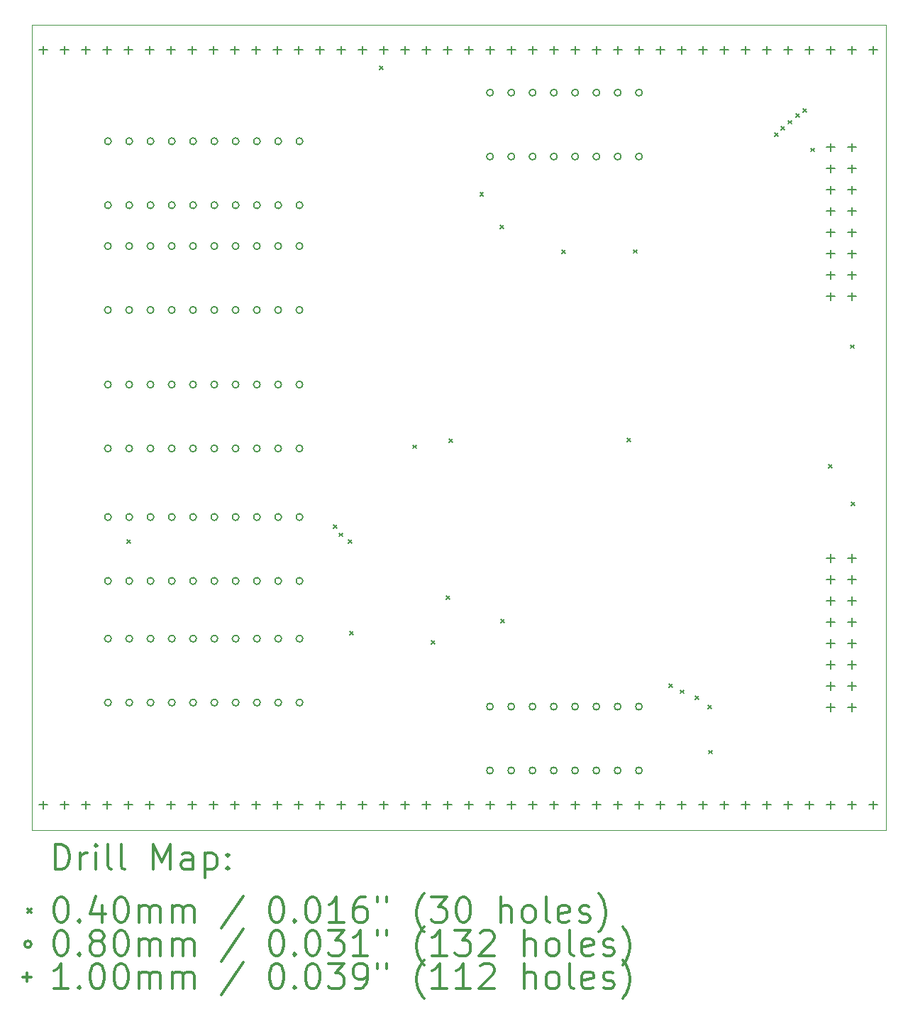
<source format=gbr>
%FSLAX45Y45*%
G04 Gerber Fmt 4.5, Leading zero omitted, Abs format (unit mm)*
G04 Created by KiCad (PCBNEW (5.1.9)-1) date 2021-11-21 15:00:35*
%MOMM*%
%LPD*%
G01*
G04 APERTURE LIST*
%TA.AperFunction,Profile*%
%ADD10C,0.100000*%
%TD*%
%ADD11C,0.200000*%
%ADD12C,0.300000*%
G04 APERTURE END LIST*
D10*
X8500000Y-13900000D02*
X8500000Y-4300000D01*
X18700000Y-13900000D02*
X8500000Y-13900000D01*
X18700000Y-4300000D02*
X18700000Y-13900000D01*
X8500000Y-4300000D02*
X18700000Y-4300000D01*
D11*
X9640000Y-10440000D02*
X9680000Y-10480000D01*
X9680000Y-10440000D02*
X9640000Y-10480000D01*
X12100000Y-10260500D02*
X12140000Y-10300500D01*
X12140000Y-10260500D02*
X12100000Y-10300500D01*
X12170000Y-10360000D02*
X12210000Y-10400000D01*
X12210000Y-10360000D02*
X12170000Y-10400000D01*
X12280000Y-10440000D02*
X12320000Y-10480000D01*
X12320000Y-10440000D02*
X12280000Y-10480000D01*
X12300000Y-11530000D02*
X12340000Y-11570000D01*
X12340000Y-11530000D02*
X12300000Y-11570000D01*
X12650000Y-4790000D02*
X12690000Y-4830000D01*
X12690000Y-4790000D02*
X12650000Y-4830000D01*
X13050000Y-9310000D02*
X13090000Y-9350000D01*
X13090000Y-9310000D02*
X13050000Y-9350000D01*
X13270000Y-11640000D02*
X13310000Y-11680000D01*
X13310000Y-11640000D02*
X13270000Y-11680000D01*
X13450000Y-11110000D02*
X13490000Y-11150000D01*
X13490000Y-11110000D02*
X13450000Y-11150000D01*
X13485000Y-9235000D02*
X13525000Y-9275000D01*
X13525000Y-9235000D02*
X13485000Y-9275000D01*
X13850000Y-6300000D02*
X13890000Y-6340000D01*
X13890000Y-6300000D02*
X13850000Y-6340000D01*
X14090000Y-6690000D02*
X14130000Y-6730000D01*
X14130000Y-6690000D02*
X14090000Y-6730000D01*
X14100000Y-11390000D02*
X14140000Y-11430000D01*
X14140000Y-11390000D02*
X14100000Y-11430000D01*
X14830000Y-6987492D02*
X14870000Y-7027492D01*
X14870000Y-6987492D02*
X14830000Y-7027492D01*
X15610000Y-9230000D02*
X15650000Y-9270000D01*
X15650000Y-9230000D02*
X15610000Y-9270000D01*
X15682500Y-6980000D02*
X15722500Y-7020000D01*
X15722500Y-6980000D02*
X15682500Y-7020000D01*
X16110000Y-12157499D02*
X16150000Y-12197499D01*
X16150000Y-12157499D02*
X16110000Y-12197499D01*
X16240000Y-12230000D02*
X16280000Y-12270000D01*
X16280000Y-12230000D02*
X16240000Y-12270000D01*
X16420000Y-12300000D02*
X16460000Y-12340000D01*
X16460000Y-12300000D02*
X16420000Y-12340000D01*
X16570000Y-12410000D02*
X16610000Y-12450000D01*
X16610000Y-12410000D02*
X16570000Y-12450000D01*
X16580000Y-12950000D02*
X16620000Y-12990000D01*
X16620000Y-12950000D02*
X16580000Y-12990000D01*
X17370000Y-5590000D02*
X17410000Y-5630000D01*
X17410000Y-5590000D02*
X17370000Y-5630000D01*
X17442500Y-5512500D02*
X17482500Y-5552500D01*
X17482500Y-5512500D02*
X17442500Y-5552500D01*
X17530000Y-5440000D02*
X17570000Y-5480000D01*
X17570000Y-5440000D02*
X17530000Y-5480000D01*
X17620000Y-5360000D02*
X17660000Y-5400000D01*
X17660000Y-5360000D02*
X17620000Y-5400000D01*
X17710000Y-5300000D02*
X17750000Y-5340000D01*
X17750000Y-5300000D02*
X17710000Y-5340000D01*
X17800000Y-5770000D02*
X17840000Y-5810000D01*
X17840000Y-5770000D02*
X17800000Y-5810000D01*
X18010000Y-9540000D02*
X18050000Y-9580000D01*
X18050000Y-9540000D02*
X18010000Y-9580000D01*
X18275000Y-8115000D02*
X18315000Y-8155000D01*
X18315000Y-8115000D02*
X18275000Y-8155000D01*
X18280000Y-9990000D02*
X18320000Y-10030000D01*
X18320000Y-9990000D02*
X18280000Y-10030000D01*
X9450000Y-5688000D02*
G75*
G03*
X9450000Y-5688000I-40000J0D01*
G01*
X9450000Y-6450000D02*
G75*
G03*
X9450000Y-6450000I-40000J0D01*
G01*
X9450000Y-6938000D02*
G75*
G03*
X9450000Y-6938000I-40000J0D01*
G01*
X9450000Y-7700000D02*
G75*
G03*
X9450000Y-7700000I-40000J0D01*
G01*
X9450000Y-8588000D02*
G75*
G03*
X9450000Y-8588000I-40000J0D01*
G01*
X9450000Y-9350000D02*
G75*
G03*
X9450000Y-9350000I-40000J0D01*
G01*
X9450000Y-10168000D02*
G75*
G03*
X9450000Y-10168000I-40000J0D01*
G01*
X9450000Y-10930000D02*
G75*
G03*
X9450000Y-10930000I-40000J0D01*
G01*
X9450000Y-11618000D02*
G75*
G03*
X9450000Y-11618000I-40000J0D01*
G01*
X9450000Y-12380000D02*
G75*
G03*
X9450000Y-12380000I-40000J0D01*
G01*
X9704000Y-5688000D02*
G75*
G03*
X9704000Y-5688000I-40000J0D01*
G01*
X9704000Y-6450000D02*
G75*
G03*
X9704000Y-6450000I-40000J0D01*
G01*
X9704000Y-6938000D02*
G75*
G03*
X9704000Y-6938000I-40000J0D01*
G01*
X9704000Y-7700000D02*
G75*
G03*
X9704000Y-7700000I-40000J0D01*
G01*
X9704000Y-8588000D02*
G75*
G03*
X9704000Y-8588000I-40000J0D01*
G01*
X9704000Y-9350000D02*
G75*
G03*
X9704000Y-9350000I-40000J0D01*
G01*
X9704000Y-10168000D02*
G75*
G03*
X9704000Y-10168000I-40000J0D01*
G01*
X9704000Y-10930000D02*
G75*
G03*
X9704000Y-10930000I-40000J0D01*
G01*
X9704000Y-11618000D02*
G75*
G03*
X9704000Y-11618000I-40000J0D01*
G01*
X9704000Y-12380000D02*
G75*
G03*
X9704000Y-12380000I-40000J0D01*
G01*
X9958000Y-5688000D02*
G75*
G03*
X9958000Y-5688000I-40000J0D01*
G01*
X9958000Y-6450000D02*
G75*
G03*
X9958000Y-6450000I-40000J0D01*
G01*
X9958000Y-6938000D02*
G75*
G03*
X9958000Y-6938000I-40000J0D01*
G01*
X9958000Y-7700000D02*
G75*
G03*
X9958000Y-7700000I-40000J0D01*
G01*
X9958000Y-8588000D02*
G75*
G03*
X9958000Y-8588000I-40000J0D01*
G01*
X9958000Y-9350000D02*
G75*
G03*
X9958000Y-9350000I-40000J0D01*
G01*
X9958000Y-10168000D02*
G75*
G03*
X9958000Y-10168000I-40000J0D01*
G01*
X9958000Y-10930000D02*
G75*
G03*
X9958000Y-10930000I-40000J0D01*
G01*
X9958000Y-11618000D02*
G75*
G03*
X9958000Y-11618000I-40000J0D01*
G01*
X9958000Y-12380000D02*
G75*
G03*
X9958000Y-12380000I-40000J0D01*
G01*
X10212000Y-5688000D02*
G75*
G03*
X10212000Y-5688000I-40000J0D01*
G01*
X10212000Y-6450000D02*
G75*
G03*
X10212000Y-6450000I-40000J0D01*
G01*
X10212000Y-6938000D02*
G75*
G03*
X10212000Y-6938000I-40000J0D01*
G01*
X10212000Y-7700000D02*
G75*
G03*
X10212000Y-7700000I-40000J0D01*
G01*
X10212000Y-8588000D02*
G75*
G03*
X10212000Y-8588000I-40000J0D01*
G01*
X10212000Y-9350000D02*
G75*
G03*
X10212000Y-9350000I-40000J0D01*
G01*
X10212000Y-10168000D02*
G75*
G03*
X10212000Y-10168000I-40000J0D01*
G01*
X10212000Y-10930000D02*
G75*
G03*
X10212000Y-10930000I-40000J0D01*
G01*
X10212000Y-11618000D02*
G75*
G03*
X10212000Y-11618000I-40000J0D01*
G01*
X10212000Y-12380000D02*
G75*
G03*
X10212000Y-12380000I-40000J0D01*
G01*
X10466000Y-5688000D02*
G75*
G03*
X10466000Y-5688000I-40000J0D01*
G01*
X10466000Y-6450000D02*
G75*
G03*
X10466000Y-6450000I-40000J0D01*
G01*
X10466000Y-6938000D02*
G75*
G03*
X10466000Y-6938000I-40000J0D01*
G01*
X10466000Y-7700000D02*
G75*
G03*
X10466000Y-7700000I-40000J0D01*
G01*
X10466000Y-8588000D02*
G75*
G03*
X10466000Y-8588000I-40000J0D01*
G01*
X10466000Y-9350000D02*
G75*
G03*
X10466000Y-9350000I-40000J0D01*
G01*
X10466000Y-10168000D02*
G75*
G03*
X10466000Y-10168000I-40000J0D01*
G01*
X10466000Y-10930000D02*
G75*
G03*
X10466000Y-10930000I-40000J0D01*
G01*
X10466000Y-11618000D02*
G75*
G03*
X10466000Y-11618000I-40000J0D01*
G01*
X10466000Y-12380000D02*
G75*
G03*
X10466000Y-12380000I-40000J0D01*
G01*
X10720000Y-5688000D02*
G75*
G03*
X10720000Y-5688000I-40000J0D01*
G01*
X10720000Y-6450000D02*
G75*
G03*
X10720000Y-6450000I-40000J0D01*
G01*
X10720000Y-6938000D02*
G75*
G03*
X10720000Y-6938000I-40000J0D01*
G01*
X10720000Y-7700000D02*
G75*
G03*
X10720000Y-7700000I-40000J0D01*
G01*
X10720000Y-8588000D02*
G75*
G03*
X10720000Y-8588000I-40000J0D01*
G01*
X10720000Y-9350000D02*
G75*
G03*
X10720000Y-9350000I-40000J0D01*
G01*
X10720000Y-10168000D02*
G75*
G03*
X10720000Y-10168000I-40000J0D01*
G01*
X10720000Y-10930000D02*
G75*
G03*
X10720000Y-10930000I-40000J0D01*
G01*
X10720000Y-11618000D02*
G75*
G03*
X10720000Y-11618000I-40000J0D01*
G01*
X10720000Y-12380000D02*
G75*
G03*
X10720000Y-12380000I-40000J0D01*
G01*
X10974000Y-5688000D02*
G75*
G03*
X10974000Y-5688000I-40000J0D01*
G01*
X10974000Y-6450000D02*
G75*
G03*
X10974000Y-6450000I-40000J0D01*
G01*
X10974000Y-6938000D02*
G75*
G03*
X10974000Y-6938000I-40000J0D01*
G01*
X10974000Y-7700000D02*
G75*
G03*
X10974000Y-7700000I-40000J0D01*
G01*
X10974000Y-8588000D02*
G75*
G03*
X10974000Y-8588000I-40000J0D01*
G01*
X10974000Y-9350000D02*
G75*
G03*
X10974000Y-9350000I-40000J0D01*
G01*
X10974000Y-10168000D02*
G75*
G03*
X10974000Y-10168000I-40000J0D01*
G01*
X10974000Y-10930000D02*
G75*
G03*
X10974000Y-10930000I-40000J0D01*
G01*
X10974000Y-11618000D02*
G75*
G03*
X10974000Y-11618000I-40000J0D01*
G01*
X10974000Y-12380000D02*
G75*
G03*
X10974000Y-12380000I-40000J0D01*
G01*
X11228000Y-5688000D02*
G75*
G03*
X11228000Y-5688000I-40000J0D01*
G01*
X11228000Y-6450000D02*
G75*
G03*
X11228000Y-6450000I-40000J0D01*
G01*
X11228000Y-6938000D02*
G75*
G03*
X11228000Y-6938000I-40000J0D01*
G01*
X11228000Y-7700000D02*
G75*
G03*
X11228000Y-7700000I-40000J0D01*
G01*
X11228000Y-8588000D02*
G75*
G03*
X11228000Y-8588000I-40000J0D01*
G01*
X11228000Y-9350000D02*
G75*
G03*
X11228000Y-9350000I-40000J0D01*
G01*
X11228000Y-10168000D02*
G75*
G03*
X11228000Y-10168000I-40000J0D01*
G01*
X11228000Y-10930000D02*
G75*
G03*
X11228000Y-10930000I-40000J0D01*
G01*
X11228000Y-11618000D02*
G75*
G03*
X11228000Y-11618000I-40000J0D01*
G01*
X11228000Y-12380000D02*
G75*
G03*
X11228000Y-12380000I-40000J0D01*
G01*
X11482000Y-5688000D02*
G75*
G03*
X11482000Y-5688000I-40000J0D01*
G01*
X11482000Y-6450000D02*
G75*
G03*
X11482000Y-6450000I-40000J0D01*
G01*
X11482000Y-6938000D02*
G75*
G03*
X11482000Y-6938000I-40000J0D01*
G01*
X11482000Y-7700000D02*
G75*
G03*
X11482000Y-7700000I-40000J0D01*
G01*
X11482000Y-8588000D02*
G75*
G03*
X11482000Y-8588000I-40000J0D01*
G01*
X11482000Y-9350000D02*
G75*
G03*
X11482000Y-9350000I-40000J0D01*
G01*
X11482000Y-10168000D02*
G75*
G03*
X11482000Y-10168000I-40000J0D01*
G01*
X11482000Y-10930000D02*
G75*
G03*
X11482000Y-10930000I-40000J0D01*
G01*
X11482000Y-11618000D02*
G75*
G03*
X11482000Y-11618000I-40000J0D01*
G01*
X11482000Y-12380000D02*
G75*
G03*
X11482000Y-12380000I-40000J0D01*
G01*
X11736000Y-5688000D02*
G75*
G03*
X11736000Y-5688000I-40000J0D01*
G01*
X11736000Y-6450000D02*
G75*
G03*
X11736000Y-6450000I-40000J0D01*
G01*
X11736000Y-6938000D02*
G75*
G03*
X11736000Y-6938000I-40000J0D01*
G01*
X11736000Y-7700000D02*
G75*
G03*
X11736000Y-7700000I-40000J0D01*
G01*
X11736000Y-8588000D02*
G75*
G03*
X11736000Y-8588000I-40000J0D01*
G01*
X11736000Y-9350000D02*
G75*
G03*
X11736000Y-9350000I-40000J0D01*
G01*
X11736000Y-10168000D02*
G75*
G03*
X11736000Y-10168000I-40000J0D01*
G01*
X11736000Y-10930000D02*
G75*
G03*
X11736000Y-10930000I-40000J0D01*
G01*
X11736000Y-11618000D02*
G75*
G03*
X11736000Y-11618000I-40000J0D01*
G01*
X11736000Y-12380000D02*
G75*
G03*
X11736000Y-12380000I-40000J0D01*
G01*
X14010000Y-5108000D02*
G75*
G03*
X14010000Y-5108000I-40000J0D01*
G01*
X14010000Y-5870000D02*
G75*
G03*
X14010000Y-5870000I-40000J0D01*
G01*
X14010000Y-12428000D02*
G75*
G03*
X14010000Y-12428000I-40000J0D01*
G01*
X14010000Y-13190000D02*
G75*
G03*
X14010000Y-13190000I-40000J0D01*
G01*
X14264000Y-5108000D02*
G75*
G03*
X14264000Y-5108000I-40000J0D01*
G01*
X14264000Y-5870000D02*
G75*
G03*
X14264000Y-5870000I-40000J0D01*
G01*
X14264000Y-12428000D02*
G75*
G03*
X14264000Y-12428000I-40000J0D01*
G01*
X14264000Y-13190000D02*
G75*
G03*
X14264000Y-13190000I-40000J0D01*
G01*
X14518000Y-5108000D02*
G75*
G03*
X14518000Y-5108000I-40000J0D01*
G01*
X14518000Y-5870000D02*
G75*
G03*
X14518000Y-5870000I-40000J0D01*
G01*
X14518000Y-12428000D02*
G75*
G03*
X14518000Y-12428000I-40000J0D01*
G01*
X14518000Y-13190000D02*
G75*
G03*
X14518000Y-13190000I-40000J0D01*
G01*
X14772000Y-5108000D02*
G75*
G03*
X14772000Y-5108000I-40000J0D01*
G01*
X14772000Y-5870000D02*
G75*
G03*
X14772000Y-5870000I-40000J0D01*
G01*
X14772000Y-12428000D02*
G75*
G03*
X14772000Y-12428000I-40000J0D01*
G01*
X14772000Y-13190000D02*
G75*
G03*
X14772000Y-13190000I-40000J0D01*
G01*
X15026000Y-5108000D02*
G75*
G03*
X15026000Y-5108000I-40000J0D01*
G01*
X15026000Y-5870000D02*
G75*
G03*
X15026000Y-5870000I-40000J0D01*
G01*
X15026000Y-12428000D02*
G75*
G03*
X15026000Y-12428000I-40000J0D01*
G01*
X15026000Y-13190000D02*
G75*
G03*
X15026000Y-13190000I-40000J0D01*
G01*
X15280000Y-5108000D02*
G75*
G03*
X15280000Y-5108000I-40000J0D01*
G01*
X15280000Y-5870000D02*
G75*
G03*
X15280000Y-5870000I-40000J0D01*
G01*
X15280000Y-12428000D02*
G75*
G03*
X15280000Y-12428000I-40000J0D01*
G01*
X15280000Y-13190000D02*
G75*
G03*
X15280000Y-13190000I-40000J0D01*
G01*
X15534000Y-5108000D02*
G75*
G03*
X15534000Y-5108000I-40000J0D01*
G01*
X15534000Y-5870000D02*
G75*
G03*
X15534000Y-5870000I-40000J0D01*
G01*
X15534000Y-12428000D02*
G75*
G03*
X15534000Y-12428000I-40000J0D01*
G01*
X15534000Y-13190000D02*
G75*
G03*
X15534000Y-13190000I-40000J0D01*
G01*
X15788000Y-5108000D02*
G75*
G03*
X15788000Y-5108000I-40000J0D01*
G01*
X15788000Y-5870000D02*
G75*
G03*
X15788000Y-5870000I-40000J0D01*
G01*
X15788000Y-12428000D02*
G75*
G03*
X15788000Y-12428000I-40000J0D01*
G01*
X15788000Y-13190000D02*
G75*
G03*
X15788000Y-13190000I-40000J0D01*
G01*
X8640000Y-4550000D02*
X8640000Y-4650000D01*
X8590000Y-4600000D02*
X8690000Y-4600000D01*
X8640000Y-13550000D02*
X8640000Y-13650000D01*
X8590000Y-13600000D02*
X8690000Y-13600000D01*
X8894000Y-4550000D02*
X8894000Y-4650000D01*
X8844000Y-4600000D02*
X8944000Y-4600000D01*
X8894000Y-13550000D02*
X8894000Y-13650000D01*
X8844000Y-13600000D02*
X8944000Y-13600000D01*
X9148000Y-4550000D02*
X9148000Y-4650000D01*
X9098000Y-4600000D02*
X9198000Y-4600000D01*
X9148000Y-13550000D02*
X9148000Y-13650000D01*
X9098000Y-13600000D02*
X9198000Y-13600000D01*
X9402000Y-4550000D02*
X9402000Y-4650000D01*
X9352000Y-4600000D02*
X9452000Y-4600000D01*
X9402000Y-13550000D02*
X9402000Y-13650000D01*
X9352000Y-13600000D02*
X9452000Y-13600000D01*
X9656000Y-4550000D02*
X9656000Y-4650000D01*
X9606000Y-4600000D02*
X9706000Y-4600000D01*
X9656000Y-13550000D02*
X9656000Y-13650000D01*
X9606000Y-13600000D02*
X9706000Y-13600000D01*
X9910000Y-4550000D02*
X9910000Y-4650000D01*
X9860000Y-4600000D02*
X9960000Y-4600000D01*
X9910000Y-13550000D02*
X9910000Y-13650000D01*
X9860000Y-13600000D02*
X9960000Y-13600000D01*
X10164000Y-4550000D02*
X10164000Y-4650000D01*
X10114000Y-4600000D02*
X10214000Y-4600000D01*
X10164000Y-13550000D02*
X10164000Y-13650000D01*
X10114000Y-13600000D02*
X10214000Y-13600000D01*
X10418000Y-4550000D02*
X10418000Y-4650000D01*
X10368000Y-4600000D02*
X10468000Y-4600000D01*
X10418000Y-13550000D02*
X10418000Y-13650000D01*
X10368000Y-13600000D02*
X10468000Y-13600000D01*
X10672000Y-4550000D02*
X10672000Y-4650000D01*
X10622000Y-4600000D02*
X10722000Y-4600000D01*
X10672000Y-13550000D02*
X10672000Y-13650000D01*
X10622000Y-13600000D02*
X10722000Y-13600000D01*
X10926000Y-4550000D02*
X10926000Y-4650000D01*
X10876000Y-4600000D02*
X10976000Y-4600000D01*
X10926000Y-13550000D02*
X10926000Y-13650000D01*
X10876000Y-13600000D02*
X10976000Y-13600000D01*
X11180000Y-4550000D02*
X11180000Y-4650000D01*
X11130000Y-4600000D02*
X11230000Y-4600000D01*
X11180000Y-13550000D02*
X11180000Y-13650000D01*
X11130000Y-13600000D02*
X11230000Y-13600000D01*
X11434000Y-4550000D02*
X11434000Y-4650000D01*
X11384000Y-4600000D02*
X11484000Y-4600000D01*
X11434000Y-13550000D02*
X11434000Y-13650000D01*
X11384000Y-13600000D02*
X11484000Y-13600000D01*
X11688000Y-4550000D02*
X11688000Y-4650000D01*
X11638000Y-4600000D02*
X11738000Y-4600000D01*
X11688000Y-13550000D02*
X11688000Y-13650000D01*
X11638000Y-13600000D02*
X11738000Y-13600000D01*
X11942000Y-4550000D02*
X11942000Y-4650000D01*
X11892000Y-4600000D02*
X11992000Y-4600000D01*
X11942000Y-13550000D02*
X11942000Y-13650000D01*
X11892000Y-13600000D02*
X11992000Y-13600000D01*
X12196000Y-4550000D02*
X12196000Y-4650000D01*
X12146000Y-4600000D02*
X12246000Y-4600000D01*
X12196000Y-13550000D02*
X12196000Y-13650000D01*
X12146000Y-13600000D02*
X12246000Y-13600000D01*
X12450000Y-4550000D02*
X12450000Y-4650000D01*
X12400000Y-4600000D02*
X12500000Y-4600000D01*
X12450000Y-13550000D02*
X12450000Y-13650000D01*
X12400000Y-13600000D02*
X12500000Y-13600000D01*
X12704000Y-4550000D02*
X12704000Y-4650000D01*
X12654000Y-4600000D02*
X12754000Y-4600000D01*
X12704000Y-13550000D02*
X12704000Y-13650000D01*
X12654000Y-13600000D02*
X12754000Y-13600000D01*
X12958000Y-4550000D02*
X12958000Y-4650000D01*
X12908000Y-4600000D02*
X13008000Y-4600000D01*
X12958000Y-13550000D02*
X12958000Y-13650000D01*
X12908000Y-13600000D02*
X13008000Y-13600000D01*
X13212000Y-4550000D02*
X13212000Y-4650000D01*
X13162000Y-4600000D02*
X13262000Y-4600000D01*
X13212000Y-13550000D02*
X13212000Y-13650000D01*
X13162000Y-13600000D02*
X13262000Y-13600000D01*
X13466000Y-4550000D02*
X13466000Y-4650000D01*
X13416000Y-4600000D02*
X13516000Y-4600000D01*
X13466000Y-13550000D02*
X13466000Y-13650000D01*
X13416000Y-13600000D02*
X13516000Y-13600000D01*
X13720000Y-4550000D02*
X13720000Y-4650000D01*
X13670000Y-4600000D02*
X13770000Y-4600000D01*
X13720000Y-13550000D02*
X13720000Y-13650000D01*
X13670000Y-13600000D02*
X13770000Y-13600000D01*
X13974000Y-4550000D02*
X13974000Y-4650000D01*
X13924000Y-4600000D02*
X14024000Y-4600000D01*
X13974000Y-13550000D02*
X13974000Y-13650000D01*
X13924000Y-13600000D02*
X14024000Y-13600000D01*
X14228000Y-4550000D02*
X14228000Y-4650000D01*
X14178000Y-4600000D02*
X14278000Y-4600000D01*
X14228000Y-13550000D02*
X14228000Y-13650000D01*
X14178000Y-13600000D02*
X14278000Y-13600000D01*
X14482000Y-4550000D02*
X14482000Y-4650000D01*
X14432000Y-4600000D02*
X14532000Y-4600000D01*
X14482000Y-13550000D02*
X14482000Y-13650000D01*
X14432000Y-13600000D02*
X14532000Y-13600000D01*
X14736000Y-4550000D02*
X14736000Y-4650000D01*
X14686000Y-4600000D02*
X14786000Y-4600000D01*
X14736000Y-13550000D02*
X14736000Y-13650000D01*
X14686000Y-13600000D02*
X14786000Y-13600000D01*
X14990000Y-4550000D02*
X14990000Y-4650000D01*
X14940000Y-4600000D02*
X15040000Y-4600000D01*
X14990000Y-13550000D02*
X14990000Y-13650000D01*
X14940000Y-13600000D02*
X15040000Y-13600000D01*
X15244000Y-4550000D02*
X15244000Y-4650000D01*
X15194000Y-4600000D02*
X15294000Y-4600000D01*
X15244000Y-13550000D02*
X15244000Y-13650000D01*
X15194000Y-13600000D02*
X15294000Y-13600000D01*
X15498000Y-4550000D02*
X15498000Y-4650000D01*
X15448000Y-4600000D02*
X15548000Y-4600000D01*
X15498000Y-13550000D02*
X15498000Y-13650000D01*
X15448000Y-13600000D02*
X15548000Y-13600000D01*
X15752000Y-4550000D02*
X15752000Y-4650000D01*
X15702000Y-4600000D02*
X15802000Y-4600000D01*
X15752000Y-13550000D02*
X15752000Y-13650000D01*
X15702000Y-13600000D02*
X15802000Y-13600000D01*
X16006000Y-4550000D02*
X16006000Y-4650000D01*
X15956000Y-4600000D02*
X16056000Y-4600000D01*
X16006000Y-13550000D02*
X16006000Y-13650000D01*
X15956000Y-13600000D02*
X16056000Y-13600000D01*
X16260000Y-4550000D02*
X16260000Y-4650000D01*
X16210000Y-4600000D02*
X16310000Y-4600000D01*
X16260000Y-13550000D02*
X16260000Y-13650000D01*
X16210000Y-13600000D02*
X16310000Y-13600000D01*
X16514000Y-4550000D02*
X16514000Y-4650000D01*
X16464000Y-4600000D02*
X16564000Y-4600000D01*
X16514000Y-13550000D02*
X16514000Y-13650000D01*
X16464000Y-13600000D02*
X16564000Y-13600000D01*
X16768000Y-4550000D02*
X16768000Y-4650000D01*
X16718000Y-4600000D02*
X16818000Y-4600000D01*
X16768000Y-13550000D02*
X16768000Y-13650000D01*
X16718000Y-13600000D02*
X16818000Y-13600000D01*
X17022000Y-4550000D02*
X17022000Y-4650000D01*
X16972000Y-4600000D02*
X17072000Y-4600000D01*
X17022000Y-13550000D02*
X17022000Y-13650000D01*
X16972000Y-13600000D02*
X17072000Y-13600000D01*
X17276000Y-4550000D02*
X17276000Y-4650000D01*
X17226000Y-4600000D02*
X17326000Y-4600000D01*
X17276000Y-13550000D02*
X17276000Y-13650000D01*
X17226000Y-13600000D02*
X17326000Y-13600000D01*
X17530000Y-4550000D02*
X17530000Y-4650000D01*
X17480000Y-4600000D02*
X17580000Y-4600000D01*
X17530000Y-13550000D02*
X17530000Y-13650000D01*
X17480000Y-13600000D02*
X17580000Y-13600000D01*
X17784000Y-4550000D02*
X17784000Y-4650000D01*
X17734000Y-4600000D02*
X17834000Y-4600000D01*
X17784000Y-13550000D02*
X17784000Y-13650000D01*
X17734000Y-13600000D02*
X17834000Y-13600000D01*
X18036000Y-5710000D02*
X18036000Y-5810000D01*
X17986000Y-5760000D02*
X18086000Y-5760000D01*
X18036000Y-5964000D02*
X18036000Y-6064000D01*
X17986000Y-6014000D02*
X18086000Y-6014000D01*
X18036000Y-6218000D02*
X18036000Y-6318000D01*
X17986000Y-6268000D02*
X18086000Y-6268000D01*
X18036000Y-6472000D02*
X18036000Y-6572000D01*
X17986000Y-6522000D02*
X18086000Y-6522000D01*
X18036000Y-6726000D02*
X18036000Y-6826000D01*
X17986000Y-6776000D02*
X18086000Y-6776000D01*
X18036000Y-6980000D02*
X18036000Y-7080000D01*
X17986000Y-7030000D02*
X18086000Y-7030000D01*
X18036000Y-7234000D02*
X18036000Y-7334000D01*
X17986000Y-7284000D02*
X18086000Y-7284000D01*
X18036000Y-7488000D02*
X18036000Y-7588000D01*
X17986000Y-7538000D02*
X18086000Y-7538000D01*
X18036000Y-10610000D02*
X18036000Y-10710000D01*
X17986000Y-10660000D02*
X18086000Y-10660000D01*
X18036000Y-10864000D02*
X18036000Y-10964000D01*
X17986000Y-10914000D02*
X18086000Y-10914000D01*
X18036000Y-11118000D02*
X18036000Y-11218000D01*
X17986000Y-11168000D02*
X18086000Y-11168000D01*
X18036000Y-11372000D02*
X18036000Y-11472000D01*
X17986000Y-11422000D02*
X18086000Y-11422000D01*
X18036000Y-11626000D02*
X18036000Y-11726000D01*
X17986000Y-11676000D02*
X18086000Y-11676000D01*
X18036000Y-11880000D02*
X18036000Y-11980000D01*
X17986000Y-11930000D02*
X18086000Y-11930000D01*
X18036000Y-12134000D02*
X18036000Y-12234000D01*
X17986000Y-12184000D02*
X18086000Y-12184000D01*
X18036000Y-12388000D02*
X18036000Y-12488000D01*
X17986000Y-12438000D02*
X18086000Y-12438000D01*
X18038000Y-4550000D02*
X18038000Y-4650000D01*
X17988000Y-4600000D02*
X18088000Y-4600000D01*
X18038000Y-13550000D02*
X18038000Y-13650000D01*
X17988000Y-13600000D02*
X18088000Y-13600000D01*
X18290000Y-5710000D02*
X18290000Y-5810000D01*
X18240000Y-5760000D02*
X18340000Y-5760000D01*
X18290000Y-5964000D02*
X18290000Y-6064000D01*
X18240000Y-6014000D02*
X18340000Y-6014000D01*
X18290000Y-6218000D02*
X18290000Y-6318000D01*
X18240000Y-6268000D02*
X18340000Y-6268000D01*
X18290000Y-6472000D02*
X18290000Y-6572000D01*
X18240000Y-6522000D02*
X18340000Y-6522000D01*
X18290000Y-6726000D02*
X18290000Y-6826000D01*
X18240000Y-6776000D02*
X18340000Y-6776000D01*
X18290000Y-6980000D02*
X18290000Y-7080000D01*
X18240000Y-7030000D02*
X18340000Y-7030000D01*
X18290000Y-7234000D02*
X18290000Y-7334000D01*
X18240000Y-7284000D02*
X18340000Y-7284000D01*
X18290000Y-7488000D02*
X18290000Y-7588000D01*
X18240000Y-7538000D02*
X18340000Y-7538000D01*
X18290000Y-10610000D02*
X18290000Y-10710000D01*
X18240000Y-10660000D02*
X18340000Y-10660000D01*
X18290000Y-10864000D02*
X18290000Y-10964000D01*
X18240000Y-10914000D02*
X18340000Y-10914000D01*
X18290000Y-11118000D02*
X18290000Y-11218000D01*
X18240000Y-11168000D02*
X18340000Y-11168000D01*
X18290000Y-11372000D02*
X18290000Y-11472000D01*
X18240000Y-11422000D02*
X18340000Y-11422000D01*
X18290000Y-11626000D02*
X18290000Y-11726000D01*
X18240000Y-11676000D02*
X18340000Y-11676000D01*
X18290000Y-11880000D02*
X18290000Y-11980000D01*
X18240000Y-11930000D02*
X18340000Y-11930000D01*
X18290000Y-12134000D02*
X18290000Y-12234000D01*
X18240000Y-12184000D02*
X18340000Y-12184000D01*
X18290000Y-12388000D02*
X18290000Y-12488000D01*
X18240000Y-12438000D02*
X18340000Y-12438000D01*
X18292000Y-4550000D02*
X18292000Y-4650000D01*
X18242000Y-4600000D02*
X18342000Y-4600000D01*
X18292000Y-13550000D02*
X18292000Y-13650000D01*
X18242000Y-13600000D02*
X18342000Y-13600000D01*
X18546000Y-4550000D02*
X18546000Y-4650000D01*
X18496000Y-4600000D02*
X18596000Y-4600000D01*
X18546000Y-13550000D02*
X18546000Y-13650000D01*
X18496000Y-13600000D02*
X18596000Y-13600000D01*
D12*
X8781428Y-14370714D02*
X8781428Y-14070714D01*
X8852857Y-14070714D01*
X8895714Y-14085000D01*
X8924286Y-14113571D01*
X8938571Y-14142143D01*
X8952857Y-14199286D01*
X8952857Y-14242143D01*
X8938571Y-14299286D01*
X8924286Y-14327857D01*
X8895714Y-14356429D01*
X8852857Y-14370714D01*
X8781428Y-14370714D01*
X9081428Y-14370714D02*
X9081428Y-14170714D01*
X9081428Y-14227857D02*
X9095714Y-14199286D01*
X9110000Y-14185000D01*
X9138571Y-14170714D01*
X9167143Y-14170714D01*
X9267143Y-14370714D02*
X9267143Y-14170714D01*
X9267143Y-14070714D02*
X9252857Y-14085000D01*
X9267143Y-14099286D01*
X9281428Y-14085000D01*
X9267143Y-14070714D01*
X9267143Y-14099286D01*
X9452857Y-14370714D02*
X9424286Y-14356429D01*
X9410000Y-14327857D01*
X9410000Y-14070714D01*
X9610000Y-14370714D02*
X9581428Y-14356429D01*
X9567143Y-14327857D01*
X9567143Y-14070714D01*
X9952857Y-14370714D02*
X9952857Y-14070714D01*
X10052857Y-14285000D01*
X10152857Y-14070714D01*
X10152857Y-14370714D01*
X10424286Y-14370714D02*
X10424286Y-14213571D01*
X10410000Y-14185000D01*
X10381428Y-14170714D01*
X10324286Y-14170714D01*
X10295714Y-14185000D01*
X10424286Y-14356429D02*
X10395714Y-14370714D01*
X10324286Y-14370714D01*
X10295714Y-14356429D01*
X10281428Y-14327857D01*
X10281428Y-14299286D01*
X10295714Y-14270714D01*
X10324286Y-14256429D01*
X10395714Y-14256429D01*
X10424286Y-14242143D01*
X10567143Y-14170714D02*
X10567143Y-14470714D01*
X10567143Y-14185000D02*
X10595714Y-14170714D01*
X10652857Y-14170714D01*
X10681428Y-14185000D01*
X10695714Y-14199286D01*
X10710000Y-14227857D01*
X10710000Y-14313571D01*
X10695714Y-14342143D01*
X10681428Y-14356429D01*
X10652857Y-14370714D01*
X10595714Y-14370714D01*
X10567143Y-14356429D01*
X10838571Y-14342143D02*
X10852857Y-14356429D01*
X10838571Y-14370714D01*
X10824286Y-14356429D01*
X10838571Y-14342143D01*
X10838571Y-14370714D01*
X10838571Y-14185000D02*
X10852857Y-14199286D01*
X10838571Y-14213571D01*
X10824286Y-14199286D01*
X10838571Y-14185000D01*
X10838571Y-14213571D01*
X8455000Y-14845000D02*
X8495000Y-14885000D01*
X8495000Y-14845000D02*
X8455000Y-14885000D01*
X8838571Y-14700714D02*
X8867143Y-14700714D01*
X8895714Y-14715000D01*
X8910000Y-14729286D01*
X8924286Y-14757857D01*
X8938571Y-14815000D01*
X8938571Y-14886429D01*
X8924286Y-14943571D01*
X8910000Y-14972143D01*
X8895714Y-14986429D01*
X8867143Y-15000714D01*
X8838571Y-15000714D01*
X8810000Y-14986429D01*
X8795714Y-14972143D01*
X8781428Y-14943571D01*
X8767143Y-14886429D01*
X8767143Y-14815000D01*
X8781428Y-14757857D01*
X8795714Y-14729286D01*
X8810000Y-14715000D01*
X8838571Y-14700714D01*
X9067143Y-14972143D02*
X9081428Y-14986429D01*
X9067143Y-15000714D01*
X9052857Y-14986429D01*
X9067143Y-14972143D01*
X9067143Y-15000714D01*
X9338571Y-14800714D02*
X9338571Y-15000714D01*
X9267143Y-14686429D02*
X9195714Y-14900714D01*
X9381428Y-14900714D01*
X9552857Y-14700714D02*
X9581428Y-14700714D01*
X9610000Y-14715000D01*
X9624286Y-14729286D01*
X9638571Y-14757857D01*
X9652857Y-14815000D01*
X9652857Y-14886429D01*
X9638571Y-14943571D01*
X9624286Y-14972143D01*
X9610000Y-14986429D01*
X9581428Y-15000714D01*
X9552857Y-15000714D01*
X9524286Y-14986429D01*
X9510000Y-14972143D01*
X9495714Y-14943571D01*
X9481428Y-14886429D01*
X9481428Y-14815000D01*
X9495714Y-14757857D01*
X9510000Y-14729286D01*
X9524286Y-14715000D01*
X9552857Y-14700714D01*
X9781428Y-15000714D02*
X9781428Y-14800714D01*
X9781428Y-14829286D02*
X9795714Y-14815000D01*
X9824286Y-14800714D01*
X9867143Y-14800714D01*
X9895714Y-14815000D01*
X9910000Y-14843571D01*
X9910000Y-15000714D01*
X9910000Y-14843571D02*
X9924286Y-14815000D01*
X9952857Y-14800714D01*
X9995714Y-14800714D01*
X10024286Y-14815000D01*
X10038571Y-14843571D01*
X10038571Y-15000714D01*
X10181428Y-15000714D02*
X10181428Y-14800714D01*
X10181428Y-14829286D02*
X10195714Y-14815000D01*
X10224286Y-14800714D01*
X10267143Y-14800714D01*
X10295714Y-14815000D01*
X10310000Y-14843571D01*
X10310000Y-15000714D01*
X10310000Y-14843571D02*
X10324286Y-14815000D01*
X10352857Y-14800714D01*
X10395714Y-14800714D01*
X10424286Y-14815000D01*
X10438571Y-14843571D01*
X10438571Y-15000714D01*
X11024286Y-14686429D02*
X10767143Y-15072143D01*
X11410000Y-14700714D02*
X11438571Y-14700714D01*
X11467143Y-14715000D01*
X11481428Y-14729286D01*
X11495714Y-14757857D01*
X11510000Y-14815000D01*
X11510000Y-14886429D01*
X11495714Y-14943571D01*
X11481428Y-14972143D01*
X11467143Y-14986429D01*
X11438571Y-15000714D01*
X11410000Y-15000714D01*
X11381428Y-14986429D01*
X11367143Y-14972143D01*
X11352857Y-14943571D01*
X11338571Y-14886429D01*
X11338571Y-14815000D01*
X11352857Y-14757857D01*
X11367143Y-14729286D01*
X11381428Y-14715000D01*
X11410000Y-14700714D01*
X11638571Y-14972143D02*
X11652857Y-14986429D01*
X11638571Y-15000714D01*
X11624286Y-14986429D01*
X11638571Y-14972143D01*
X11638571Y-15000714D01*
X11838571Y-14700714D02*
X11867143Y-14700714D01*
X11895714Y-14715000D01*
X11910000Y-14729286D01*
X11924286Y-14757857D01*
X11938571Y-14815000D01*
X11938571Y-14886429D01*
X11924286Y-14943571D01*
X11910000Y-14972143D01*
X11895714Y-14986429D01*
X11867143Y-15000714D01*
X11838571Y-15000714D01*
X11810000Y-14986429D01*
X11795714Y-14972143D01*
X11781428Y-14943571D01*
X11767143Y-14886429D01*
X11767143Y-14815000D01*
X11781428Y-14757857D01*
X11795714Y-14729286D01*
X11810000Y-14715000D01*
X11838571Y-14700714D01*
X12224286Y-15000714D02*
X12052857Y-15000714D01*
X12138571Y-15000714D02*
X12138571Y-14700714D01*
X12110000Y-14743571D01*
X12081428Y-14772143D01*
X12052857Y-14786429D01*
X12481428Y-14700714D02*
X12424286Y-14700714D01*
X12395714Y-14715000D01*
X12381428Y-14729286D01*
X12352857Y-14772143D01*
X12338571Y-14829286D01*
X12338571Y-14943571D01*
X12352857Y-14972143D01*
X12367143Y-14986429D01*
X12395714Y-15000714D01*
X12452857Y-15000714D01*
X12481428Y-14986429D01*
X12495714Y-14972143D01*
X12510000Y-14943571D01*
X12510000Y-14872143D01*
X12495714Y-14843571D01*
X12481428Y-14829286D01*
X12452857Y-14815000D01*
X12395714Y-14815000D01*
X12367143Y-14829286D01*
X12352857Y-14843571D01*
X12338571Y-14872143D01*
X12624286Y-14700714D02*
X12624286Y-14757857D01*
X12738571Y-14700714D02*
X12738571Y-14757857D01*
X13181428Y-15115000D02*
X13167143Y-15100714D01*
X13138571Y-15057857D01*
X13124286Y-15029286D01*
X13110000Y-14986429D01*
X13095714Y-14915000D01*
X13095714Y-14857857D01*
X13110000Y-14786429D01*
X13124286Y-14743571D01*
X13138571Y-14715000D01*
X13167143Y-14672143D01*
X13181428Y-14657857D01*
X13267143Y-14700714D02*
X13452857Y-14700714D01*
X13352857Y-14815000D01*
X13395714Y-14815000D01*
X13424286Y-14829286D01*
X13438571Y-14843571D01*
X13452857Y-14872143D01*
X13452857Y-14943571D01*
X13438571Y-14972143D01*
X13424286Y-14986429D01*
X13395714Y-15000714D01*
X13310000Y-15000714D01*
X13281428Y-14986429D01*
X13267143Y-14972143D01*
X13638571Y-14700714D02*
X13667143Y-14700714D01*
X13695714Y-14715000D01*
X13710000Y-14729286D01*
X13724286Y-14757857D01*
X13738571Y-14815000D01*
X13738571Y-14886429D01*
X13724286Y-14943571D01*
X13710000Y-14972143D01*
X13695714Y-14986429D01*
X13667143Y-15000714D01*
X13638571Y-15000714D01*
X13610000Y-14986429D01*
X13595714Y-14972143D01*
X13581428Y-14943571D01*
X13567143Y-14886429D01*
X13567143Y-14815000D01*
X13581428Y-14757857D01*
X13595714Y-14729286D01*
X13610000Y-14715000D01*
X13638571Y-14700714D01*
X14095714Y-15000714D02*
X14095714Y-14700714D01*
X14224286Y-15000714D02*
X14224286Y-14843571D01*
X14210000Y-14815000D01*
X14181428Y-14800714D01*
X14138571Y-14800714D01*
X14110000Y-14815000D01*
X14095714Y-14829286D01*
X14410000Y-15000714D02*
X14381428Y-14986429D01*
X14367143Y-14972143D01*
X14352857Y-14943571D01*
X14352857Y-14857857D01*
X14367143Y-14829286D01*
X14381428Y-14815000D01*
X14410000Y-14800714D01*
X14452857Y-14800714D01*
X14481428Y-14815000D01*
X14495714Y-14829286D01*
X14510000Y-14857857D01*
X14510000Y-14943571D01*
X14495714Y-14972143D01*
X14481428Y-14986429D01*
X14452857Y-15000714D01*
X14410000Y-15000714D01*
X14681428Y-15000714D02*
X14652857Y-14986429D01*
X14638571Y-14957857D01*
X14638571Y-14700714D01*
X14910000Y-14986429D02*
X14881428Y-15000714D01*
X14824286Y-15000714D01*
X14795714Y-14986429D01*
X14781428Y-14957857D01*
X14781428Y-14843571D01*
X14795714Y-14815000D01*
X14824286Y-14800714D01*
X14881428Y-14800714D01*
X14910000Y-14815000D01*
X14924286Y-14843571D01*
X14924286Y-14872143D01*
X14781428Y-14900714D01*
X15038571Y-14986429D02*
X15067143Y-15000714D01*
X15124286Y-15000714D01*
X15152857Y-14986429D01*
X15167143Y-14957857D01*
X15167143Y-14943571D01*
X15152857Y-14915000D01*
X15124286Y-14900714D01*
X15081428Y-14900714D01*
X15052857Y-14886429D01*
X15038571Y-14857857D01*
X15038571Y-14843571D01*
X15052857Y-14815000D01*
X15081428Y-14800714D01*
X15124286Y-14800714D01*
X15152857Y-14815000D01*
X15267143Y-15115000D02*
X15281428Y-15100714D01*
X15310000Y-15057857D01*
X15324286Y-15029286D01*
X15338571Y-14986429D01*
X15352857Y-14915000D01*
X15352857Y-14857857D01*
X15338571Y-14786429D01*
X15324286Y-14743571D01*
X15310000Y-14715000D01*
X15281428Y-14672143D01*
X15267143Y-14657857D01*
X8495000Y-15261000D02*
G75*
G03*
X8495000Y-15261000I-40000J0D01*
G01*
X8838571Y-15096714D02*
X8867143Y-15096714D01*
X8895714Y-15111000D01*
X8910000Y-15125286D01*
X8924286Y-15153857D01*
X8938571Y-15211000D01*
X8938571Y-15282429D01*
X8924286Y-15339571D01*
X8910000Y-15368143D01*
X8895714Y-15382429D01*
X8867143Y-15396714D01*
X8838571Y-15396714D01*
X8810000Y-15382429D01*
X8795714Y-15368143D01*
X8781428Y-15339571D01*
X8767143Y-15282429D01*
X8767143Y-15211000D01*
X8781428Y-15153857D01*
X8795714Y-15125286D01*
X8810000Y-15111000D01*
X8838571Y-15096714D01*
X9067143Y-15368143D02*
X9081428Y-15382429D01*
X9067143Y-15396714D01*
X9052857Y-15382429D01*
X9067143Y-15368143D01*
X9067143Y-15396714D01*
X9252857Y-15225286D02*
X9224286Y-15211000D01*
X9210000Y-15196714D01*
X9195714Y-15168143D01*
X9195714Y-15153857D01*
X9210000Y-15125286D01*
X9224286Y-15111000D01*
X9252857Y-15096714D01*
X9310000Y-15096714D01*
X9338571Y-15111000D01*
X9352857Y-15125286D01*
X9367143Y-15153857D01*
X9367143Y-15168143D01*
X9352857Y-15196714D01*
X9338571Y-15211000D01*
X9310000Y-15225286D01*
X9252857Y-15225286D01*
X9224286Y-15239571D01*
X9210000Y-15253857D01*
X9195714Y-15282429D01*
X9195714Y-15339571D01*
X9210000Y-15368143D01*
X9224286Y-15382429D01*
X9252857Y-15396714D01*
X9310000Y-15396714D01*
X9338571Y-15382429D01*
X9352857Y-15368143D01*
X9367143Y-15339571D01*
X9367143Y-15282429D01*
X9352857Y-15253857D01*
X9338571Y-15239571D01*
X9310000Y-15225286D01*
X9552857Y-15096714D02*
X9581428Y-15096714D01*
X9610000Y-15111000D01*
X9624286Y-15125286D01*
X9638571Y-15153857D01*
X9652857Y-15211000D01*
X9652857Y-15282429D01*
X9638571Y-15339571D01*
X9624286Y-15368143D01*
X9610000Y-15382429D01*
X9581428Y-15396714D01*
X9552857Y-15396714D01*
X9524286Y-15382429D01*
X9510000Y-15368143D01*
X9495714Y-15339571D01*
X9481428Y-15282429D01*
X9481428Y-15211000D01*
X9495714Y-15153857D01*
X9510000Y-15125286D01*
X9524286Y-15111000D01*
X9552857Y-15096714D01*
X9781428Y-15396714D02*
X9781428Y-15196714D01*
X9781428Y-15225286D02*
X9795714Y-15211000D01*
X9824286Y-15196714D01*
X9867143Y-15196714D01*
X9895714Y-15211000D01*
X9910000Y-15239571D01*
X9910000Y-15396714D01*
X9910000Y-15239571D02*
X9924286Y-15211000D01*
X9952857Y-15196714D01*
X9995714Y-15196714D01*
X10024286Y-15211000D01*
X10038571Y-15239571D01*
X10038571Y-15396714D01*
X10181428Y-15396714D02*
X10181428Y-15196714D01*
X10181428Y-15225286D02*
X10195714Y-15211000D01*
X10224286Y-15196714D01*
X10267143Y-15196714D01*
X10295714Y-15211000D01*
X10310000Y-15239571D01*
X10310000Y-15396714D01*
X10310000Y-15239571D02*
X10324286Y-15211000D01*
X10352857Y-15196714D01*
X10395714Y-15196714D01*
X10424286Y-15211000D01*
X10438571Y-15239571D01*
X10438571Y-15396714D01*
X11024286Y-15082429D02*
X10767143Y-15468143D01*
X11410000Y-15096714D02*
X11438571Y-15096714D01*
X11467143Y-15111000D01*
X11481428Y-15125286D01*
X11495714Y-15153857D01*
X11510000Y-15211000D01*
X11510000Y-15282429D01*
X11495714Y-15339571D01*
X11481428Y-15368143D01*
X11467143Y-15382429D01*
X11438571Y-15396714D01*
X11410000Y-15396714D01*
X11381428Y-15382429D01*
X11367143Y-15368143D01*
X11352857Y-15339571D01*
X11338571Y-15282429D01*
X11338571Y-15211000D01*
X11352857Y-15153857D01*
X11367143Y-15125286D01*
X11381428Y-15111000D01*
X11410000Y-15096714D01*
X11638571Y-15368143D02*
X11652857Y-15382429D01*
X11638571Y-15396714D01*
X11624286Y-15382429D01*
X11638571Y-15368143D01*
X11638571Y-15396714D01*
X11838571Y-15096714D02*
X11867143Y-15096714D01*
X11895714Y-15111000D01*
X11910000Y-15125286D01*
X11924286Y-15153857D01*
X11938571Y-15211000D01*
X11938571Y-15282429D01*
X11924286Y-15339571D01*
X11910000Y-15368143D01*
X11895714Y-15382429D01*
X11867143Y-15396714D01*
X11838571Y-15396714D01*
X11810000Y-15382429D01*
X11795714Y-15368143D01*
X11781428Y-15339571D01*
X11767143Y-15282429D01*
X11767143Y-15211000D01*
X11781428Y-15153857D01*
X11795714Y-15125286D01*
X11810000Y-15111000D01*
X11838571Y-15096714D01*
X12038571Y-15096714D02*
X12224286Y-15096714D01*
X12124286Y-15211000D01*
X12167143Y-15211000D01*
X12195714Y-15225286D01*
X12210000Y-15239571D01*
X12224286Y-15268143D01*
X12224286Y-15339571D01*
X12210000Y-15368143D01*
X12195714Y-15382429D01*
X12167143Y-15396714D01*
X12081428Y-15396714D01*
X12052857Y-15382429D01*
X12038571Y-15368143D01*
X12510000Y-15396714D02*
X12338571Y-15396714D01*
X12424286Y-15396714D02*
X12424286Y-15096714D01*
X12395714Y-15139571D01*
X12367143Y-15168143D01*
X12338571Y-15182429D01*
X12624286Y-15096714D02*
X12624286Y-15153857D01*
X12738571Y-15096714D02*
X12738571Y-15153857D01*
X13181428Y-15511000D02*
X13167143Y-15496714D01*
X13138571Y-15453857D01*
X13124286Y-15425286D01*
X13110000Y-15382429D01*
X13095714Y-15311000D01*
X13095714Y-15253857D01*
X13110000Y-15182429D01*
X13124286Y-15139571D01*
X13138571Y-15111000D01*
X13167143Y-15068143D01*
X13181428Y-15053857D01*
X13452857Y-15396714D02*
X13281428Y-15396714D01*
X13367143Y-15396714D02*
X13367143Y-15096714D01*
X13338571Y-15139571D01*
X13310000Y-15168143D01*
X13281428Y-15182429D01*
X13552857Y-15096714D02*
X13738571Y-15096714D01*
X13638571Y-15211000D01*
X13681428Y-15211000D01*
X13710000Y-15225286D01*
X13724286Y-15239571D01*
X13738571Y-15268143D01*
X13738571Y-15339571D01*
X13724286Y-15368143D01*
X13710000Y-15382429D01*
X13681428Y-15396714D01*
X13595714Y-15396714D01*
X13567143Y-15382429D01*
X13552857Y-15368143D01*
X13852857Y-15125286D02*
X13867143Y-15111000D01*
X13895714Y-15096714D01*
X13967143Y-15096714D01*
X13995714Y-15111000D01*
X14010000Y-15125286D01*
X14024286Y-15153857D01*
X14024286Y-15182429D01*
X14010000Y-15225286D01*
X13838571Y-15396714D01*
X14024286Y-15396714D01*
X14381428Y-15396714D02*
X14381428Y-15096714D01*
X14510000Y-15396714D02*
X14510000Y-15239571D01*
X14495714Y-15211000D01*
X14467143Y-15196714D01*
X14424286Y-15196714D01*
X14395714Y-15211000D01*
X14381428Y-15225286D01*
X14695714Y-15396714D02*
X14667143Y-15382429D01*
X14652857Y-15368143D01*
X14638571Y-15339571D01*
X14638571Y-15253857D01*
X14652857Y-15225286D01*
X14667143Y-15211000D01*
X14695714Y-15196714D01*
X14738571Y-15196714D01*
X14767143Y-15211000D01*
X14781428Y-15225286D01*
X14795714Y-15253857D01*
X14795714Y-15339571D01*
X14781428Y-15368143D01*
X14767143Y-15382429D01*
X14738571Y-15396714D01*
X14695714Y-15396714D01*
X14967143Y-15396714D02*
X14938571Y-15382429D01*
X14924286Y-15353857D01*
X14924286Y-15096714D01*
X15195714Y-15382429D02*
X15167143Y-15396714D01*
X15110000Y-15396714D01*
X15081428Y-15382429D01*
X15067143Y-15353857D01*
X15067143Y-15239571D01*
X15081428Y-15211000D01*
X15110000Y-15196714D01*
X15167143Y-15196714D01*
X15195714Y-15211000D01*
X15210000Y-15239571D01*
X15210000Y-15268143D01*
X15067143Y-15296714D01*
X15324286Y-15382429D02*
X15352857Y-15396714D01*
X15410000Y-15396714D01*
X15438571Y-15382429D01*
X15452857Y-15353857D01*
X15452857Y-15339571D01*
X15438571Y-15311000D01*
X15410000Y-15296714D01*
X15367143Y-15296714D01*
X15338571Y-15282429D01*
X15324286Y-15253857D01*
X15324286Y-15239571D01*
X15338571Y-15211000D01*
X15367143Y-15196714D01*
X15410000Y-15196714D01*
X15438571Y-15211000D01*
X15552857Y-15511000D02*
X15567143Y-15496714D01*
X15595714Y-15453857D01*
X15610000Y-15425286D01*
X15624286Y-15382429D01*
X15638571Y-15311000D01*
X15638571Y-15253857D01*
X15624286Y-15182429D01*
X15610000Y-15139571D01*
X15595714Y-15111000D01*
X15567143Y-15068143D01*
X15552857Y-15053857D01*
X8445000Y-15607000D02*
X8445000Y-15707000D01*
X8395000Y-15657000D02*
X8495000Y-15657000D01*
X8938571Y-15792714D02*
X8767143Y-15792714D01*
X8852857Y-15792714D02*
X8852857Y-15492714D01*
X8824286Y-15535571D01*
X8795714Y-15564143D01*
X8767143Y-15578429D01*
X9067143Y-15764143D02*
X9081428Y-15778429D01*
X9067143Y-15792714D01*
X9052857Y-15778429D01*
X9067143Y-15764143D01*
X9067143Y-15792714D01*
X9267143Y-15492714D02*
X9295714Y-15492714D01*
X9324286Y-15507000D01*
X9338571Y-15521286D01*
X9352857Y-15549857D01*
X9367143Y-15607000D01*
X9367143Y-15678429D01*
X9352857Y-15735571D01*
X9338571Y-15764143D01*
X9324286Y-15778429D01*
X9295714Y-15792714D01*
X9267143Y-15792714D01*
X9238571Y-15778429D01*
X9224286Y-15764143D01*
X9210000Y-15735571D01*
X9195714Y-15678429D01*
X9195714Y-15607000D01*
X9210000Y-15549857D01*
X9224286Y-15521286D01*
X9238571Y-15507000D01*
X9267143Y-15492714D01*
X9552857Y-15492714D02*
X9581428Y-15492714D01*
X9610000Y-15507000D01*
X9624286Y-15521286D01*
X9638571Y-15549857D01*
X9652857Y-15607000D01*
X9652857Y-15678429D01*
X9638571Y-15735571D01*
X9624286Y-15764143D01*
X9610000Y-15778429D01*
X9581428Y-15792714D01*
X9552857Y-15792714D01*
X9524286Y-15778429D01*
X9510000Y-15764143D01*
X9495714Y-15735571D01*
X9481428Y-15678429D01*
X9481428Y-15607000D01*
X9495714Y-15549857D01*
X9510000Y-15521286D01*
X9524286Y-15507000D01*
X9552857Y-15492714D01*
X9781428Y-15792714D02*
X9781428Y-15592714D01*
X9781428Y-15621286D02*
X9795714Y-15607000D01*
X9824286Y-15592714D01*
X9867143Y-15592714D01*
X9895714Y-15607000D01*
X9910000Y-15635571D01*
X9910000Y-15792714D01*
X9910000Y-15635571D02*
X9924286Y-15607000D01*
X9952857Y-15592714D01*
X9995714Y-15592714D01*
X10024286Y-15607000D01*
X10038571Y-15635571D01*
X10038571Y-15792714D01*
X10181428Y-15792714D02*
X10181428Y-15592714D01*
X10181428Y-15621286D02*
X10195714Y-15607000D01*
X10224286Y-15592714D01*
X10267143Y-15592714D01*
X10295714Y-15607000D01*
X10310000Y-15635571D01*
X10310000Y-15792714D01*
X10310000Y-15635571D02*
X10324286Y-15607000D01*
X10352857Y-15592714D01*
X10395714Y-15592714D01*
X10424286Y-15607000D01*
X10438571Y-15635571D01*
X10438571Y-15792714D01*
X11024286Y-15478429D02*
X10767143Y-15864143D01*
X11410000Y-15492714D02*
X11438571Y-15492714D01*
X11467143Y-15507000D01*
X11481428Y-15521286D01*
X11495714Y-15549857D01*
X11510000Y-15607000D01*
X11510000Y-15678429D01*
X11495714Y-15735571D01*
X11481428Y-15764143D01*
X11467143Y-15778429D01*
X11438571Y-15792714D01*
X11410000Y-15792714D01*
X11381428Y-15778429D01*
X11367143Y-15764143D01*
X11352857Y-15735571D01*
X11338571Y-15678429D01*
X11338571Y-15607000D01*
X11352857Y-15549857D01*
X11367143Y-15521286D01*
X11381428Y-15507000D01*
X11410000Y-15492714D01*
X11638571Y-15764143D02*
X11652857Y-15778429D01*
X11638571Y-15792714D01*
X11624286Y-15778429D01*
X11638571Y-15764143D01*
X11638571Y-15792714D01*
X11838571Y-15492714D02*
X11867143Y-15492714D01*
X11895714Y-15507000D01*
X11910000Y-15521286D01*
X11924286Y-15549857D01*
X11938571Y-15607000D01*
X11938571Y-15678429D01*
X11924286Y-15735571D01*
X11910000Y-15764143D01*
X11895714Y-15778429D01*
X11867143Y-15792714D01*
X11838571Y-15792714D01*
X11810000Y-15778429D01*
X11795714Y-15764143D01*
X11781428Y-15735571D01*
X11767143Y-15678429D01*
X11767143Y-15607000D01*
X11781428Y-15549857D01*
X11795714Y-15521286D01*
X11810000Y-15507000D01*
X11838571Y-15492714D01*
X12038571Y-15492714D02*
X12224286Y-15492714D01*
X12124286Y-15607000D01*
X12167143Y-15607000D01*
X12195714Y-15621286D01*
X12210000Y-15635571D01*
X12224286Y-15664143D01*
X12224286Y-15735571D01*
X12210000Y-15764143D01*
X12195714Y-15778429D01*
X12167143Y-15792714D01*
X12081428Y-15792714D01*
X12052857Y-15778429D01*
X12038571Y-15764143D01*
X12367143Y-15792714D02*
X12424286Y-15792714D01*
X12452857Y-15778429D01*
X12467143Y-15764143D01*
X12495714Y-15721286D01*
X12510000Y-15664143D01*
X12510000Y-15549857D01*
X12495714Y-15521286D01*
X12481428Y-15507000D01*
X12452857Y-15492714D01*
X12395714Y-15492714D01*
X12367143Y-15507000D01*
X12352857Y-15521286D01*
X12338571Y-15549857D01*
X12338571Y-15621286D01*
X12352857Y-15649857D01*
X12367143Y-15664143D01*
X12395714Y-15678429D01*
X12452857Y-15678429D01*
X12481428Y-15664143D01*
X12495714Y-15649857D01*
X12510000Y-15621286D01*
X12624286Y-15492714D02*
X12624286Y-15549857D01*
X12738571Y-15492714D02*
X12738571Y-15549857D01*
X13181428Y-15907000D02*
X13167143Y-15892714D01*
X13138571Y-15849857D01*
X13124286Y-15821286D01*
X13110000Y-15778429D01*
X13095714Y-15707000D01*
X13095714Y-15649857D01*
X13110000Y-15578429D01*
X13124286Y-15535571D01*
X13138571Y-15507000D01*
X13167143Y-15464143D01*
X13181428Y-15449857D01*
X13452857Y-15792714D02*
X13281428Y-15792714D01*
X13367143Y-15792714D02*
X13367143Y-15492714D01*
X13338571Y-15535571D01*
X13310000Y-15564143D01*
X13281428Y-15578429D01*
X13738571Y-15792714D02*
X13567143Y-15792714D01*
X13652857Y-15792714D02*
X13652857Y-15492714D01*
X13624286Y-15535571D01*
X13595714Y-15564143D01*
X13567143Y-15578429D01*
X13852857Y-15521286D02*
X13867143Y-15507000D01*
X13895714Y-15492714D01*
X13967143Y-15492714D01*
X13995714Y-15507000D01*
X14010000Y-15521286D01*
X14024286Y-15549857D01*
X14024286Y-15578429D01*
X14010000Y-15621286D01*
X13838571Y-15792714D01*
X14024286Y-15792714D01*
X14381428Y-15792714D02*
X14381428Y-15492714D01*
X14510000Y-15792714D02*
X14510000Y-15635571D01*
X14495714Y-15607000D01*
X14467143Y-15592714D01*
X14424286Y-15592714D01*
X14395714Y-15607000D01*
X14381428Y-15621286D01*
X14695714Y-15792714D02*
X14667143Y-15778429D01*
X14652857Y-15764143D01*
X14638571Y-15735571D01*
X14638571Y-15649857D01*
X14652857Y-15621286D01*
X14667143Y-15607000D01*
X14695714Y-15592714D01*
X14738571Y-15592714D01*
X14767143Y-15607000D01*
X14781428Y-15621286D01*
X14795714Y-15649857D01*
X14795714Y-15735571D01*
X14781428Y-15764143D01*
X14767143Y-15778429D01*
X14738571Y-15792714D01*
X14695714Y-15792714D01*
X14967143Y-15792714D02*
X14938571Y-15778429D01*
X14924286Y-15749857D01*
X14924286Y-15492714D01*
X15195714Y-15778429D02*
X15167143Y-15792714D01*
X15110000Y-15792714D01*
X15081428Y-15778429D01*
X15067143Y-15749857D01*
X15067143Y-15635571D01*
X15081428Y-15607000D01*
X15110000Y-15592714D01*
X15167143Y-15592714D01*
X15195714Y-15607000D01*
X15210000Y-15635571D01*
X15210000Y-15664143D01*
X15067143Y-15692714D01*
X15324286Y-15778429D02*
X15352857Y-15792714D01*
X15410000Y-15792714D01*
X15438571Y-15778429D01*
X15452857Y-15749857D01*
X15452857Y-15735571D01*
X15438571Y-15707000D01*
X15410000Y-15692714D01*
X15367143Y-15692714D01*
X15338571Y-15678429D01*
X15324286Y-15649857D01*
X15324286Y-15635571D01*
X15338571Y-15607000D01*
X15367143Y-15592714D01*
X15410000Y-15592714D01*
X15438571Y-15607000D01*
X15552857Y-15907000D02*
X15567143Y-15892714D01*
X15595714Y-15849857D01*
X15610000Y-15821286D01*
X15624286Y-15778429D01*
X15638571Y-15707000D01*
X15638571Y-15649857D01*
X15624286Y-15578429D01*
X15610000Y-15535571D01*
X15595714Y-15507000D01*
X15567143Y-15464143D01*
X15552857Y-15449857D01*
M02*

</source>
